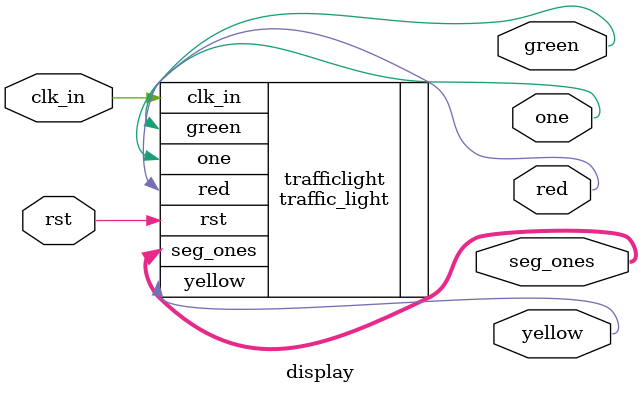
<source format=v>
`timescale 1ns / 1ps


module display(
    input clk_in,          // ÊäÈëÊ±ÖÓ£¨Èç100 MHz£©
    input rst,             // ÖØÖÃÐÅºÅ
    output red,            // ºìµÆÊä³ö
    output green,          // ÂÌµÆÊä³ö
    output yellow,         // »ÆµÆÊä³ö
    output [6:0] seg_ones,      
    output one
    );
    traffic_light trafficlight(
    .clk_in(clk_in),
    .rst(rst),
    .red(red),
    .green(green),
    .yellow(yellow),
    .seg_ones(seg_ones),
    .one(one)
    );

endmodule

</source>
